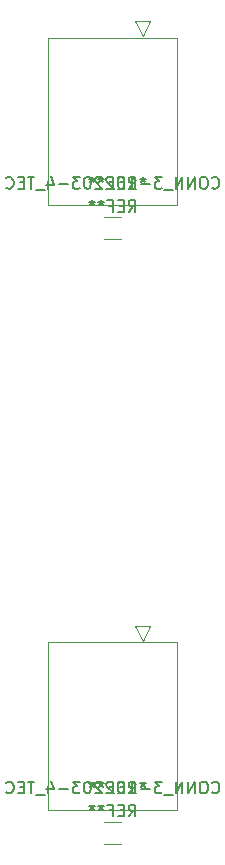
<source format=gbr>
%TF.GenerationSoftware,KiCad,Pcbnew,(6.0.8-1)-1*%
%TF.CreationDate,2022-10-13T14:56:03-04:00*%
%TF.ProjectId,FCAL,4643414c-2e6b-4696-9361-645f70636258,rev?*%
%TF.SameCoordinates,Original*%
%TF.FileFunction,Legend,Bot*%
%TF.FilePolarity,Positive*%
%FSLAX46Y46*%
G04 Gerber Fmt 4.6, Leading zero omitted, Abs format (unit mm)*
G04 Created by KiCad (PCBNEW (6.0.8-1)-1) date 2022-10-13 14:56:03*
%MOMM*%
%LPD*%
G01*
G04 APERTURE LIST*
%ADD10C,0.150000*%
%ADD11C,0.120000*%
G04 APERTURE END LIST*
D10*
%TO.C,REF\u002A\u002A*%
X111333333Y-133802380D02*
X111666666Y-133326190D01*
X111904761Y-133802380D02*
X111904761Y-132802380D01*
X111523809Y-132802380D01*
X111428571Y-132850000D01*
X111380952Y-132897619D01*
X111333333Y-132992857D01*
X111333333Y-133135714D01*
X111380952Y-133230952D01*
X111428571Y-133278571D01*
X111523809Y-133326190D01*
X111904761Y-133326190D01*
X110904761Y-133278571D02*
X110571428Y-133278571D01*
X110428571Y-133802380D02*
X110904761Y-133802380D01*
X110904761Y-132802380D01*
X110428571Y-132802380D01*
X109666666Y-133278571D02*
X110000000Y-133278571D01*
X110000000Y-133802380D02*
X110000000Y-132802380D01*
X109523809Y-132802380D01*
X109000000Y-132802380D02*
X109000000Y-133040476D01*
X109238095Y-132945238D02*
X109000000Y-133040476D01*
X108761904Y-132945238D01*
X109142857Y-133230952D02*
X109000000Y-133040476D01*
X108857142Y-133230952D01*
X108238095Y-132802380D02*
X108238095Y-133040476D01*
X108476190Y-132945238D02*
X108238095Y-133040476D01*
X108000000Y-132945238D01*
X108380952Y-133230952D02*
X108238095Y-133040476D01*
X108095238Y-133230952D01*
X111333333Y-82602380D02*
X111666666Y-82126190D01*
X111904761Y-82602380D02*
X111904761Y-81602380D01*
X111523809Y-81602380D01*
X111428571Y-81650000D01*
X111380952Y-81697619D01*
X111333333Y-81792857D01*
X111333333Y-81935714D01*
X111380952Y-82030952D01*
X111428571Y-82078571D01*
X111523809Y-82126190D01*
X111904761Y-82126190D01*
X110904761Y-82078571D02*
X110571428Y-82078571D01*
X110428571Y-82602380D02*
X110904761Y-82602380D01*
X110904761Y-81602380D01*
X110428571Y-81602380D01*
X109666666Y-82078571D02*
X110000000Y-82078571D01*
X110000000Y-82602380D02*
X110000000Y-81602380D01*
X109523809Y-81602380D01*
X109000000Y-81602380D02*
X109000000Y-81840476D01*
X109238095Y-81745238D02*
X109000000Y-81840476D01*
X108761904Y-81745238D01*
X109142857Y-82030952D02*
X109000000Y-81840476D01*
X108857142Y-82030952D01*
X108238095Y-81602380D02*
X108238095Y-81840476D01*
X108476190Y-81745238D02*
X108238095Y-81840476D01*
X108000000Y-81745238D01*
X108380952Y-82030952D02*
X108238095Y-81840476D01*
X108095238Y-82030952D01*
X111333333Y-80652380D02*
X111666666Y-80176190D01*
X111904761Y-80652380D02*
X111904761Y-79652380D01*
X111523809Y-79652380D01*
X111428571Y-79700000D01*
X111380952Y-79747619D01*
X111333333Y-79842857D01*
X111333333Y-79985714D01*
X111380952Y-80080952D01*
X111428571Y-80128571D01*
X111523809Y-80176190D01*
X111904761Y-80176190D01*
X110904761Y-80128571D02*
X110571428Y-80128571D01*
X110428571Y-80652380D02*
X110904761Y-80652380D01*
X110904761Y-79652380D01*
X110428571Y-79652380D01*
X109666666Y-80128571D02*
X110000000Y-80128571D01*
X110000000Y-80652380D02*
X110000000Y-79652380D01*
X109523809Y-79652380D01*
X109000000Y-79652380D02*
X109000000Y-79890476D01*
X109238095Y-79795238D02*
X109000000Y-79890476D01*
X108761904Y-79795238D01*
X109142857Y-80080952D02*
X109000000Y-79890476D01*
X108857142Y-80080952D01*
X108238095Y-79652380D02*
X108238095Y-79890476D01*
X108476190Y-79795238D02*
X108238095Y-79890476D01*
X108000000Y-79795238D01*
X108380952Y-80080952D02*
X108238095Y-79890476D01*
X108095238Y-80080952D01*
X118404761Y-80557142D02*
X118452380Y-80604761D01*
X118595238Y-80652380D01*
X118690476Y-80652380D01*
X118833333Y-80604761D01*
X118928571Y-80509523D01*
X118976190Y-80414285D01*
X119023809Y-80223809D01*
X119023809Y-80080952D01*
X118976190Y-79890476D01*
X118928571Y-79795238D01*
X118833333Y-79700000D01*
X118690476Y-79652380D01*
X118595238Y-79652380D01*
X118452380Y-79700000D01*
X118404761Y-79747619D01*
X117785714Y-79652380D02*
X117595238Y-79652380D01*
X117500000Y-79700000D01*
X117404761Y-79795238D01*
X117357142Y-79985714D01*
X117357142Y-80319047D01*
X117404761Y-80509523D01*
X117500000Y-80604761D01*
X117595238Y-80652380D01*
X117785714Y-80652380D01*
X117880952Y-80604761D01*
X117976190Y-80509523D01*
X118023809Y-80319047D01*
X118023809Y-79985714D01*
X117976190Y-79795238D01*
X117880952Y-79700000D01*
X117785714Y-79652380D01*
X116928571Y-80652380D02*
X116928571Y-79652380D01*
X116357142Y-80652380D01*
X116357142Y-79652380D01*
X115880952Y-80652380D02*
X115880952Y-79652380D01*
X115309523Y-80652380D01*
X115309523Y-79652380D01*
X115071428Y-80747619D02*
X114309523Y-80747619D01*
X114166666Y-79652380D02*
X113547619Y-79652380D01*
X113880952Y-80033333D01*
X113738095Y-80033333D01*
X113642857Y-80080952D01*
X113595238Y-80128571D01*
X113547619Y-80223809D01*
X113547619Y-80461904D01*
X113595238Y-80557142D01*
X113642857Y-80604761D01*
X113738095Y-80652380D01*
X114023809Y-80652380D01*
X114119047Y-80604761D01*
X114166666Y-80557142D01*
X113119047Y-80271428D02*
X112357142Y-80271428D01*
X111357142Y-80652380D02*
X111928571Y-80652380D01*
X111642857Y-80652380D02*
X111642857Y-79652380D01*
X111738095Y-79795238D01*
X111833333Y-79890476D01*
X111928571Y-79938095D01*
X110738095Y-79652380D02*
X110642857Y-79652380D01*
X110547619Y-79700000D01*
X110500000Y-79747619D01*
X110452380Y-79842857D01*
X110404761Y-80033333D01*
X110404761Y-80271428D01*
X110452380Y-80461904D01*
X110500000Y-80557142D01*
X110547619Y-80604761D01*
X110642857Y-80652380D01*
X110738095Y-80652380D01*
X110833333Y-80604761D01*
X110880952Y-80557142D01*
X110928571Y-80461904D01*
X110976190Y-80271428D01*
X110976190Y-80033333D01*
X110928571Y-79842857D01*
X110880952Y-79747619D01*
X110833333Y-79700000D01*
X110738095Y-79652380D01*
X110023809Y-79747619D02*
X109976190Y-79700000D01*
X109880952Y-79652380D01*
X109642857Y-79652380D01*
X109547619Y-79700000D01*
X109500000Y-79747619D01*
X109452380Y-79842857D01*
X109452380Y-79938095D01*
X109500000Y-80080952D01*
X110071428Y-80652380D01*
X109452380Y-80652380D01*
X109071428Y-79747619D02*
X109023809Y-79700000D01*
X108928571Y-79652380D01*
X108690476Y-79652380D01*
X108595238Y-79700000D01*
X108547619Y-79747619D01*
X108500000Y-79842857D01*
X108500000Y-79938095D01*
X108547619Y-80080952D01*
X109119047Y-80652380D01*
X108500000Y-80652380D01*
X107880952Y-79652380D02*
X107785714Y-79652380D01*
X107690476Y-79700000D01*
X107642857Y-79747619D01*
X107595238Y-79842857D01*
X107547619Y-80033333D01*
X107547619Y-80271428D01*
X107595238Y-80461904D01*
X107642857Y-80557142D01*
X107690476Y-80604761D01*
X107785714Y-80652380D01*
X107880952Y-80652380D01*
X107976190Y-80604761D01*
X108023809Y-80557142D01*
X108071428Y-80461904D01*
X108119047Y-80271428D01*
X108119047Y-80033333D01*
X108071428Y-79842857D01*
X108023809Y-79747619D01*
X107976190Y-79700000D01*
X107880952Y-79652380D01*
X107214285Y-79652380D02*
X106595238Y-79652380D01*
X106928571Y-80033333D01*
X106785714Y-80033333D01*
X106690476Y-80080952D01*
X106642857Y-80128571D01*
X106595238Y-80223809D01*
X106595238Y-80461904D01*
X106642857Y-80557142D01*
X106690476Y-80604761D01*
X106785714Y-80652380D01*
X107071428Y-80652380D01*
X107166666Y-80604761D01*
X107214285Y-80557142D01*
X106166666Y-80271428D02*
X105404761Y-80271428D01*
X104500000Y-79985714D02*
X104500000Y-80652380D01*
X104738095Y-79604761D02*
X104976190Y-80319047D01*
X104357142Y-80319047D01*
X104214285Y-80747619D02*
X103452380Y-80747619D01*
X103357142Y-79652380D02*
X102785714Y-79652380D01*
X103071428Y-80652380D02*
X103071428Y-79652380D01*
X102452380Y-80128571D02*
X102119047Y-80128571D01*
X101976190Y-80652380D02*
X102452380Y-80652380D01*
X102452380Y-79652380D01*
X101976190Y-79652380D01*
X100976190Y-80557142D02*
X101023809Y-80604761D01*
X101166666Y-80652380D01*
X101261904Y-80652380D01*
X101404761Y-80604761D01*
X101500000Y-80509523D01*
X101547619Y-80414285D01*
X101595238Y-80223809D01*
X101595238Y-80080952D01*
X101547619Y-79890476D01*
X101500000Y-79795238D01*
X101404761Y-79700000D01*
X101261904Y-79652380D01*
X101166666Y-79652380D01*
X101023809Y-79700000D01*
X100976190Y-79747619D01*
X112540000Y-79652380D02*
X112540000Y-79890476D01*
X112778095Y-79795238D02*
X112540000Y-79890476D01*
X112301904Y-79795238D01*
X112682857Y-80080952D02*
X112540000Y-79890476D01*
X112397142Y-80080952D01*
X111333333Y-131852380D02*
X111666666Y-131376190D01*
X111904761Y-131852380D02*
X111904761Y-130852380D01*
X111523809Y-130852380D01*
X111428571Y-130900000D01*
X111380952Y-130947619D01*
X111333333Y-131042857D01*
X111333333Y-131185714D01*
X111380952Y-131280952D01*
X111428571Y-131328571D01*
X111523809Y-131376190D01*
X111904761Y-131376190D01*
X110904761Y-131328571D02*
X110571428Y-131328571D01*
X110428571Y-131852380D02*
X110904761Y-131852380D01*
X110904761Y-130852380D01*
X110428571Y-130852380D01*
X109666666Y-131328571D02*
X110000000Y-131328571D01*
X110000000Y-131852380D02*
X110000000Y-130852380D01*
X109523809Y-130852380D01*
X109000000Y-130852380D02*
X109000000Y-131090476D01*
X109238095Y-130995238D02*
X109000000Y-131090476D01*
X108761904Y-130995238D01*
X109142857Y-131280952D02*
X109000000Y-131090476D01*
X108857142Y-131280952D01*
X108238095Y-130852380D02*
X108238095Y-131090476D01*
X108476190Y-130995238D02*
X108238095Y-131090476D01*
X108000000Y-130995238D01*
X108380952Y-131280952D02*
X108238095Y-131090476D01*
X108095238Y-131280952D01*
X118404761Y-131757142D02*
X118452380Y-131804761D01*
X118595238Y-131852380D01*
X118690476Y-131852380D01*
X118833333Y-131804761D01*
X118928571Y-131709523D01*
X118976190Y-131614285D01*
X119023809Y-131423809D01*
X119023809Y-131280952D01*
X118976190Y-131090476D01*
X118928571Y-130995238D01*
X118833333Y-130900000D01*
X118690476Y-130852380D01*
X118595238Y-130852380D01*
X118452380Y-130900000D01*
X118404761Y-130947619D01*
X117785714Y-130852380D02*
X117595238Y-130852380D01*
X117500000Y-130900000D01*
X117404761Y-130995238D01*
X117357142Y-131185714D01*
X117357142Y-131519047D01*
X117404761Y-131709523D01*
X117500000Y-131804761D01*
X117595238Y-131852380D01*
X117785714Y-131852380D01*
X117880952Y-131804761D01*
X117976190Y-131709523D01*
X118023809Y-131519047D01*
X118023809Y-131185714D01*
X117976190Y-130995238D01*
X117880952Y-130900000D01*
X117785714Y-130852380D01*
X116928571Y-131852380D02*
X116928571Y-130852380D01*
X116357142Y-131852380D01*
X116357142Y-130852380D01*
X115880952Y-131852380D02*
X115880952Y-130852380D01*
X115309523Y-131852380D01*
X115309523Y-130852380D01*
X115071428Y-131947619D02*
X114309523Y-131947619D01*
X114166666Y-130852380D02*
X113547619Y-130852380D01*
X113880952Y-131233333D01*
X113738095Y-131233333D01*
X113642857Y-131280952D01*
X113595238Y-131328571D01*
X113547619Y-131423809D01*
X113547619Y-131661904D01*
X113595238Y-131757142D01*
X113642857Y-131804761D01*
X113738095Y-131852380D01*
X114023809Y-131852380D01*
X114119047Y-131804761D01*
X114166666Y-131757142D01*
X113119047Y-131471428D02*
X112357142Y-131471428D01*
X111357142Y-131852380D02*
X111928571Y-131852380D01*
X111642857Y-131852380D02*
X111642857Y-130852380D01*
X111738095Y-130995238D01*
X111833333Y-131090476D01*
X111928571Y-131138095D01*
X110738095Y-130852380D02*
X110642857Y-130852380D01*
X110547619Y-130900000D01*
X110500000Y-130947619D01*
X110452380Y-131042857D01*
X110404761Y-131233333D01*
X110404761Y-131471428D01*
X110452380Y-131661904D01*
X110500000Y-131757142D01*
X110547619Y-131804761D01*
X110642857Y-131852380D01*
X110738095Y-131852380D01*
X110833333Y-131804761D01*
X110880952Y-131757142D01*
X110928571Y-131661904D01*
X110976190Y-131471428D01*
X110976190Y-131233333D01*
X110928571Y-131042857D01*
X110880952Y-130947619D01*
X110833333Y-130900000D01*
X110738095Y-130852380D01*
X110023809Y-130947619D02*
X109976190Y-130900000D01*
X109880952Y-130852380D01*
X109642857Y-130852380D01*
X109547619Y-130900000D01*
X109500000Y-130947619D01*
X109452380Y-131042857D01*
X109452380Y-131138095D01*
X109500000Y-131280952D01*
X110071428Y-131852380D01*
X109452380Y-131852380D01*
X109071428Y-130947619D02*
X109023809Y-130900000D01*
X108928571Y-130852380D01*
X108690476Y-130852380D01*
X108595238Y-130900000D01*
X108547619Y-130947619D01*
X108500000Y-131042857D01*
X108500000Y-131138095D01*
X108547619Y-131280952D01*
X109119047Y-131852380D01*
X108500000Y-131852380D01*
X107880952Y-130852380D02*
X107785714Y-130852380D01*
X107690476Y-130900000D01*
X107642857Y-130947619D01*
X107595238Y-131042857D01*
X107547619Y-131233333D01*
X107547619Y-131471428D01*
X107595238Y-131661904D01*
X107642857Y-131757142D01*
X107690476Y-131804761D01*
X107785714Y-131852380D01*
X107880952Y-131852380D01*
X107976190Y-131804761D01*
X108023809Y-131757142D01*
X108071428Y-131661904D01*
X108119047Y-131471428D01*
X108119047Y-131233333D01*
X108071428Y-131042857D01*
X108023809Y-130947619D01*
X107976190Y-130900000D01*
X107880952Y-130852380D01*
X107214285Y-130852380D02*
X106595238Y-130852380D01*
X106928571Y-131233333D01*
X106785714Y-131233333D01*
X106690476Y-131280952D01*
X106642857Y-131328571D01*
X106595238Y-131423809D01*
X106595238Y-131661904D01*
X106642857Y-131757142D01*
X106690476Y-131804761D01*
X106785714Y-131852380D01*
X107071428Y-131852380D01*
X107166666Y-131804761D01*
X107214285Y-131757142D01*
X106166666Y-131471428D02*
X105404761Y-131471428D01*
X104500000Y-131185714D02*
X104500000Y-131852380D01*
X104738095Y-130804761D02*
X104976190Y-131519047D01*
X104357142Y-131519047D01*
X104214285Y-131947619D02*
X103452380Y-131947619D01*
X103357142Y-130852380D02*
X102785714Y-130852380D01*
X103071428Y-131852380D02*
X103071428Y-130852380D01*
X102452380Y-131328571D02*
X102119047Y-131328571D01*
X101976190Y-131852380D02*
X102452380Y-131852380D01*
X102452380Y-130852380D01*
X101976190Y-130852380D01*
X100976190Y-131757142D02*
X101023809Y-131804761D01*
X101166666Y-131852380D01*
X101261904Y-131852380D01*
X101404761Y-131804761D01*
X101500000Y-131709523D01*
X101547619Y-131614285D01*
X101595238Y-131423809D01*
X101595238Y-131280952D01*
X101547619Y-131090476D01*
X101500000Y-130995238D01*
X101404761Y-130900000D01*
X101261904Y-130852380D01*
X101166666Y-130852380D01*
X101023809Y-130900000D01*
X100976190Y-130947619D01*
X112540000Y-130852380D02*
X112540000Y-131090476D01*
X112778095Y-130995238D02*
X112540000Y-131090476D01*
X112301904Y-130995238D01*
X112682857Y-131280952D02*
X112540000Y-131090476D01*
X112397142Y-131280952D01*
D11*
X110711252Y-136110000D02*
X109288748Y-136110000D01*
X110711252Y-134290000D02*
X109288748Y-134290000D01*
X110711252Y-83090000D02*
X109288748Y-83090000D01*
X110711252Y-84910000D02*
X109288748Y-84910000D01*
X112540000Y-67728600D02*
X113175000Y-66458600D01*
X115461000Y-82054200D02*
X104539000Y-82054200D01*
X104539000Y-82054200D02*
X104539000Y-67855600D01*
X113175000Y-66458600D02*
X111905000Y-66458600D01*
X115461000Y-67855600D02*
X115461000Y-82054200D01*
X104539000Y-67855600D02*
X115461000Y-67855600D01*
X111905000Y-66458600D02*
X112540000Y-67728600D01*
X112540000Y-118928600D02*
X113175000Y-117658600D01*
X115461000Y-133254200D02*
X104539000Y-133254200D01*
X104539000Y-133254200D02*
X104539000Y-119055600D01*
X113175000Y-117658600D02*
X111905000Y-117658600D01*
X115461000Y-119055600D02*
X115461000Y-133254200D01*
X104539000Y-119055600D02*
X115461000Y-119055600D01*
X111905000Y-117658600D02*
X112540000Y-118928600D01*
%TD*%
M02*

</source>
